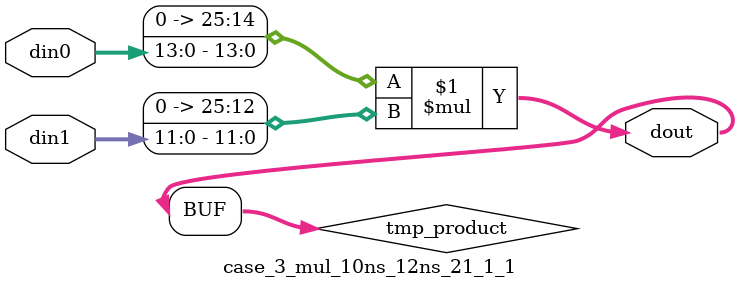
<source format=v>

`timescale 1 ns / 1 ps

 (* use_dsp = "no" *)  module case_3_mul_10ns_12ns_21_1_1(din0, din1, dout);
parameter ID = 1;
parameter NUM_STAGE = 0;
parameter din0_WIDTH = 14;
parameter din1_WIDTH = 12;
parameter dout_WIDTH = 26;

input [din0_WIDTH - 1 : 0] din0; 
input [din1_WIDTH - 1 : 0] din1; 
output [dout_WIDTH - 1 : 0] dout;

wire signed [dout_WIDTH - 1 : 0] tmp_product;
























assign tmp_product = $signed({1'b0, din0}) * $signed({1'b0, din1});











assign dout = tmp_product;





















endmodule

</source>
